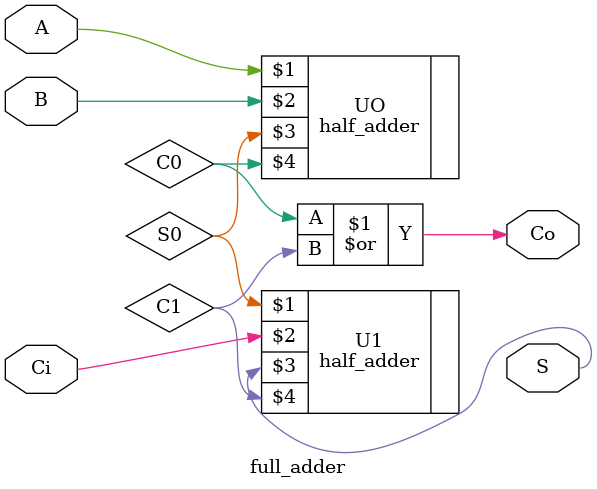
<source format=v>
module full_adder
(
    A,
    B,
    Ci,
    S,
    Co
    );
    
input A;
input B;
input Ci;
output S;
output Co;

wire C0, C1, S0;

half_adder UO (A, B, S0, C0);
half_adder U1 (S0, Ci, S, C1);

assign Co = C0 | C1;

endmodule
</source>
